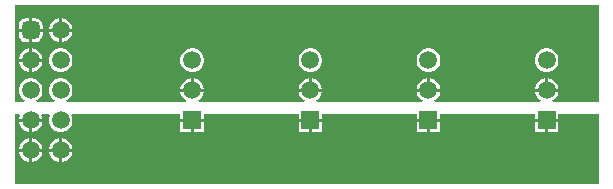
<source format=gbr>
G04*
G04 #@! TF.GenerationSoftware,Altium Limited,Altium Designer,22.4.2 (48)*
G04*
G04 Layer_Physical_Order=2*
G04 Layer_Color=16711680*
%FSLAX44Y44*%
%MOMM*%
G71*
G04*
G04 #@! TF.SameCoordinates,B20A0790-DF17-45FB-B65C-B6E2A976101D*
G04*
G04*
G04 #@! TF.FilePolarity,Positive*
G04*
G01*
G75*
%ADD17C,1.5000*%
G04:AMPARAMS|DCode=18|XSize=1.5mm|YSize=1.5mm|CornerRadius=0.375mm|HoleSize=0mm|Usage=FLASHONLY|Rotation=270.000|XOffset=0mm|YOffset=0mm|HoleType=Round|Shape=RoundedRectangle|*
%AMROUNDEDRECTD18*
21,1,1.5000,0.7500,0,0,270.0*
21,1,0.7500,1.5000,0,0,270.0*
1,1,0.7500,-0.3750,-0.3750*
1,1,0.7500,-0.3750,0.3750*
1,1,0.7500,0.3750,0.3750*
1,1,0.7500,0.3750,-0.3750*
%
%ADD18ROUNDEDRECTD18*%
%ADD19R,1.5000X1.5000*%
G36*
X497410Y2590D02*
X2590D01*
Y62500D01*
X6355D01*
X6989Y61400D01*
X6744Y60975D01*
X6060Y58422D01*
Y58370D01*
X16100D01*
X26140D01*
Y58422D01*
X25456Y60975D01*
X25210Y61400D01*
X25845Y62500D01*
X31755D01*
X32390Y61400D01*
X32144Y60975D01*
X31460Y58422D01*
Y55778D01*
X32144Y53225D01*
X33466Y50935D01*
X35335Y49066D01*
X37625Y47744D01*
X40178Y47060D01*
X42822D01*
X45375Y47744D01*
X47665Y49066D01*
X49534Y50935D01*
X50856Y53225D01*
X51540Y55778D01*
Y58422D01*
X50856Y60975D01*
X50610Y61400D01*
X51245Y62500D01*
X142960D01*
Y58370D01*
X153000D01*
X163040D01*
Y62500D01*
X242960D01*
Y58370D01*
X253000D01*
X263040D01*
Y62500D01*
X342960D01*
Y58370D01*
X353000D01*
X363040D01*
Y62500D01*
X442960D01*
Y58370D01*
X453000D01*
X463040D01*
Y62500D01*
X497410D01*
Y2590D01*
D02*
G37*
G36*
Y72500D02*
X458299D01*
X457959Y73770D01*
X459165Y74466D01*
X461034Y76335D01*
X462356Y78625D01*
X463040Y81178D01*
Y81230D01*
X453000D01*
X442960D01*
Y81178D01*
X443644Y78625D01*
X444966Y76335D01*
X446835Y74466D01*
X448041Y73770D01*
X447701Y72500D01*
X358299D01*
X357959Y73770D01*
X359165Y74466D01*
X361034Y76335D01*
X362356Y78625D01*
X363040Y81178D01*
Y81230D01*
X353000D01*
X342960D01*
Y81178D01*
X343644Y78625D01*
X344966Y76335D01*
X346835Y74466D01*
X348041Y73770D01*
X347701Y72500D01*
X258300D01*
X257959Y73770D01*
X259165Y74466D01*
X261034Y76335D01*
X262356Y78625D01*
X263040Y81178D01*
Y81230D01*
X253000D01*
X242960D01*
Y81178D01*
X243644Y78625D01*
X244966Y76335D01*
X246835Y74466D01*
X248041Y73770D01*
X247701Y72500D01*
X158300D01*
X157959Y73770D01*
X159165Y74466D01*
X161034Y76335D01*
X162356Y78625D01*
X163040Y81178D01*
Y81230D01*
X153000D01*
X142960D01*
Y81178D01*
X143644Y78625D01*
X144966Y76335D01*
X146835Y74466D01*
X148041Y73770D01*
X147701Y72500D01*
X46800D01*
X46459Y73770D01*
X47665Y74466D01*
X49534Y76335D01*
X50856Y78625D01*
X51540Y81178D01*
Y83822D01*
X50856Y86375D01*
X49534Y88665D01*
X47665Y90534D01*
X45375Y91856D01*
X42822Y92540D01*
X40178D01*
X37625Y91856D01*
X35335Y90534D01*
X33466Y88665D01*
X32144Y86375D01*
X31460Y83822D01*
Y81178D01*
X32144Y78625D01*
X33466Y76335D01*
X35335Y74466D01*
X36541Y73770D01*
X36200Y72500D01*
X21400D01*
X21059Y73770D01*
X22265Y74466D01*
X24134Y76335D01*
X25456Y78625D01*
X26140Y81178D01*
Y83822D01*
X25456Y86375D01*
X24134Y88665D01*
X22265Y90534D01*
X19975Y91856D01*
X17422Y92540D01*
X14778D01*
X12225Y91856D01*
X9935Y90534D01*
X8066Y88665D01*
X6744Y86375D01*
X6060Y83822D01*
Y81178D01*
X6744Y78625D01*
X8066Y76335D01*
X9935Y74466D01*
X11141Y73770D01*
X10800Y72500D01*
X2590D01*
Y154910D01*
X497410D01*
Y72500D01*
D02*
G37*
%LPC*%
G36*
X463040Y55830D02*
X454270D01*
Y47060D01*
X463040D01*
Y55830D01*
D02*
G37*
G36*
X451730D02*
X442960D01*
Y47060D01*
X451730D01*
Y55830D01*
D02*
G37*
G36*
X363040Y55830D02*
X354270D01*
Y47060D01*
X363040D01*
Y55830D01*
D02*
G37*
G36*
X351730D02*
X342960D01*
Y47060D01*
X351730D01*
Y55830D01*
D02*
G37*
G36*
X263040Y55830D02*
X254270D01*
Y47060D01*
X263040D01*
Y55830D01*
D02*
G37*
G36*
X251730D02*
X242960D01*
Y47060D01*
X251730D01*
Y55830D01*
D02*
G37*
G36*
X163040Y55830D02*
X154270D01*
Y47060D01*
X163040D01*
Y55830D01*
D02*
G37*
G36*
X151730D02*
X142960D01*
Y47060D01*
X151730D01*
Y55830D01*
D02*
G37*
G36*
X26140D02*
X17370D01*
Y47060D01*
X17422D01*
X19975Y47744D01*
X22265Y49066D01*
X24134Y50935D01*
X25456Y53225D01*
X26140Y55778D01*
Y55830D01*
D02*
G37*
G36*
X14830D02*
X6060D01*
Y55778D01*
X6744Y53225D01*
X8066Y50935D01*
X9935Y49066D01*
X12225Y47744D01*
X14778Y47060D01*
X14830D01*
Y55830D01*
D02*
G37*
G36*
X42822Y41740D02*
X42770D01*
Y32970D01*
X51540D01*
Y33022D01*
X50856Y35575D01*
X49534Y37865D01*
X47665Y39734D01*
X45375Y41056D01*
X42822Y41740D01*
D02*
G37*
G36*
X17422D02*
X17370D01*
Y32970D01*
X26140D01*
Y33022D01*
X25456Y35575D01*
X24134Y37865D01*
X22265Y39734D01*
X19975Y41056D01*
X17422Y41740D01*
D02*
G37*
G36*
X40230D02*
X40178D01*
X37625Y41056D01*
X35335Y39734D01*
X33466Y37865D01*
X32144Y35575D01*
X31460Y33022D01*
Y32970D01*
X40230D01*
Y41740D01*
D02*
G37*
G36*
X14830D02*
X14778D01*
X12225Y41056D01*
X9935Y39734D01*
X8066Y37865D01*
X6744Y35575D01*
X6060Y33022D01*
Y32970D01*
X14830D01*
Y41740D01*
D02*
G37*
G36*
X51540Y30430D02*
X42770D01*
Y21660D01*
X42822D01*
X45375Y22344D01*
X47665Y23666D01*
X49534Y25535D01*
X50856Y27825D01*
X51540Y30378D01*
Y30430D01*
D02*
G37*
G36*
X40230D02*
X31460D01*
Y30378D01*
X32144Y27825D01*
X33466Y25535D01*
X35335Y23666D01*
X37625Y22344D01*
X40178Y21660D01*
X40230D01*
Y30430D01*
D02*
G37*
G36*
X26140D02*
X17370D01*
Y21660D01*
X17422D01*
X19975Y22344D01*
X22265Y23666D01*
X24134Y25535D01*
X25456Y27825D01*
X26140Y30378D01*
Y30430D01*
D02*
G37*
G36*
X14830D02*
X6060D01*
Y30378D01*
X6744Y27825D01*
X8066Y25535D01*
X9935Y23666D01*
X12225Y22344D01*
X14778Y21660D01*
X14830D01*
Y30430D01*
D02*
G37*
G36*
X42822Y143340D02*
X42770D01*
Y134570D01*
X51540D01*
Y134622D01*
X50856Y137175D01*
X49534Y139465D01*
X47665Y141334D01*
X45375Y142656D01*
X42822Y143340D01*
D02*
G37*
G36*
X19850Y143463D02*
X17370D01*
Y134570D01*
X26263D01*
Y137050D01*
X25775Y139504D01*
X24385Y141585D01*
X22304Y142975D01*
X19850Y143463D01*
D02*
G37*
G36*
X40230Y143340D02*
X40178D01*
X37625Y142656D01*
X35335Y141334D01*
X33466Y139465D01*
X32144Y137175D01*
X31460Y134622D01*
Y134570D01*
X40230D01*
Y143340D01*
D02*
G37*
G36*
X14830Y143463D02*
X12350D01*
X9896Y142975D01*
X7815Y141585D01*
X6425Y139504D01*
X5937Y137050D01*
Y134570D01*
X14830D01*
Y143463D01*
D02*
G37*
G36*
X51540Y132030D02*
X42770D01*
Y123260D01*
X42822D01*
X45375Y123944D01*
X47665Y125266D01*
X49534Y127135D01*
X50856Y129425D01*
X51540Y131978D01*
Y132030D01*
D02*
G37*
G36*
X40230D02*
X31460D01*
Y131978D01*
X32144Y129425D01*
X33466Y127135D01*
X35335Y125266D01*
X37625Y123944D01*
X40178Y123260D01*
X40230D01*
Y132030D01*
D02*
G37*
G36*
X26263D02*
X17370D01*
Y123137D01*
X19850D01*
X22304Y123625D01*
X24385Y125015D01*
X25775Y127096D01*
X26263Y129550D01*
Y132030D01*
D02*
G37*
G36*
X14830D02*
X5937D01*
Y129550D01*
X6425Y127096D01*
X7815Y125015D01*
X9896Y123625D01*
X12350Y123137D01*
X14830D01*
Y132030D01*
D02*
G37*
G36*
X17422Y117940D02*
X17370D01*
Y109170D01*
X26140D01*
Y109222D01*
X25456Y111775D01*
X24134Y114065D01*
X22265Y115934D01*
X19975Y117256D01*
X17422Y117940D01*
D02*
G37*
G36*
X14830D02*
X14778D01*
X12225Y117256D01*
X9935Y115934D01*
X8066Y114065D01*
X6744Y111775D01*
X6060Y109222D01*
Y109170D01*
X14830D01*
Y117940D01*
D02*
G37*
G36*
X454322D02*
X451678D01*
X449125Y117256D01*
X446835Y115934D01*
X444966Y114065D01*
X443644Y111775D01*
X442960Y109222D01*
Y106578D01*
X443644Y104025D01*
X444966Y101735D01*
X446835Y99866D01*
X449125Y98544D01*
X451678Y97860D01*
X454322D01*
X456875Y98544D01*
X459165Y99866D01*
X461034Y101735D01*
X462356Y104025D01*
X463040Y106578D01*
Y109222D01*
X462356Y111775D01*
X461034Y114065D01*
X459165Y115934D01*
X456875Y117256D01*
X454322Y117940D01*
D02*
G37*
G36*
X354322D02*
X351678D01*
X349125Y117256D01*
X346835Y115934D01*
X344966Y114065D01*
X343644Y111775D01*
X342960Y109222D01*
Y106578D01*
X343644Y104025D01*
X344966Y101735D01*
X346835Y99866D01*
X349125Y98544D01*
X351678Y97860D01*
X354322D01*
X356875Y98544D01*
X359165Y99866D01*
X361034Y101735D01*
X362356Y104025D01*
X363040Y106578D01*
Y109222D01*
X362356Y111775D01*
X361034Y114065D01*
X359165Y115934D01*
X356875Y117256D01*
X354322Y117940D01*
D02*
G37*
G36*
X254322D02*
X251678D01*
X249125Y117256D01*
X246835Y115934D01*
X244966Y114065D01*
X243644Y111775D01*
X242960Y109222D01*
Y106578D01*
X243644Y104025D01*
X244966Y101735D01*
X246835Y99866D01*
X249125Y98544D01*
X251678Y97860D01*
X254322D01*
X256875Y98544D01*
X259165Y99866D01*
X261034Y101735D01*
X262356Y104025D01*
X263040Y106578D01*
Y109222D01*
X262356Y111775D01*
X261034Y114065D01*
X259165Y115934D01*
X256875Y117256D01*
X254322Y117940D01*
D02*
G37*
G36*
X154322D02*
X151678D01*
X149125Y117256D01*
X146835Y115934D01*
X144966Y114065D01*
X143644Y111775D01*
X142960Y109222D01*
Y106578D01*
X143644Y104025D01*
X144966Y101735D01*
X146835Y99866D01*
X149125Y98544D01*
X151678Y97860D01*
X154322D01*
X156875Y98544D01*
X159165Y99866D01*
X161034Y101735D01*
X162356Y104025D01*
X163040Y106578D01*
Y109222D01*
X162356Y111775D01*
X161034Y114065D01*
X159165Y115934D01*
X156875Y117256D01*
X154322Y117940D01*
D02*
G37*
G36*
X42822D02*
X40178D01*
X37625Y117256D01*
X35335Y115934D01*
X33466Y114065D01*
X32144Y111775D01*
X31460Y109222D01*
Y106578D01*
X32144Y104025D01*
X33466Y101735D01*
X35335Y99866D01*
X37625Y98544D01*
X40178Y97860D01*
X42822D01*
X45375Y98544D01*
X47665Y99866D01*
X49534Y101735D01*
X50856Y104025D01*
X51540Y106578D01*
Y109222D01*
X50856Y111775D01*
X49534Y114065D01*
X47665Y115934D01*
X45375Y117256D01*
X42822Y117940D01*
D02*
G37*
G36*
X26140Y106630D02*
X17370D01*
Y97860D01*
X17422D01*
X19975Y98544D01*
X22265Y99866D01*
X24134Y101735D01*
X25456Y104025D01*
X26140Y106578D01*
Y106630D01*
D02*
G37*
G36*
X14830D02*
X6060D01*
Y106578D01*
X6744Y104025D01*
X8066Y101735D01*
X9935Y99866D01*
X12225Y98544D01*
X14778Y97860D01*
X14830D01*
Y106630D01*
D02*
G37*
G36*
X354322Y92540D02*
X354270D01*
Y83770D01*
X363040D01*
Y83822D01*
X362356Y86375D01*
X361034Y88665D01*
X359165Y90534D01*
X356875Y91856D01*
X354322Y92540D01*
D02*
G37*
G36*
X154322D02*
X154270D01*
Y83770D01*
X163040D01*
Y83822D01*
X162356Y86375D01*
X161034Y88665D01*
X159165Y90534D01*
X156875Y91856D01*
X154322Y92540D01*
D02*
G37*
G36*
X151730D02*
X151678D01*
X149125Y91856D01*
X146835Y90534D01*
X144966Y88665D01*
X143644Y86375D01*
X142960Y83822D01*
Y83770D01*
X151730D01*
Y92540D01*
D02*
G37*
G36*
X351730D02*
X351678D01*
X349125Y91856D01*
X346835Y90534D01*
X344966Y88665D01*
X343644Y86375D01*
X342960Y83822D01*
Y83770D01*
X351730D01*
Y92540D01*
D02*
G37*
G36*
X454322D02*
X454270D01*
Y83770D01*
X463040D01*
Y83822D01*
X462356Y86375D01*
X461034Y88665D01*
X459165Y90534D01*
X456875Y91856D01*
X454322Y92540D01*
D02*
G37*
G36*
X254322D02*
X254270D01*
Y83770D01*
X263040D01*
Y83822D01*
X262356Y86375D01*
X261034Y88665D01*
X259165Y90534D01*
X256875Y91856D01*
X254322Y92540D01*
D02*
G37*
G36*
X451730D02*
X451678D01*
X449125Y91856D01*
X446835Y90534D01*
X444966Y88665D01*
X443644Y86375D01*
X442960Y83822D01*
Y83770D01*
X451730D01*
Y92540D01*
D02*
G37*
G36*
X251730D02*
X251678D01*
X249125Y91856D01*
X246835Y90534D01*
X244966Y88665D01*
X243644Y86375D01*
X242960Y83822D01*
Y83770D01*
X251730D01*
Y92540D01*
D02*
G37*
%LPD*%
D17*
X41500Y107900D02*
D03*
X16100D02*
D03*
X41500Y133300D02*
D03*
X16100Y82500D02*
D03*
X41500D02*
D03*
X16100Y57100D02*
D03*
Y31700D02*
D03*
X41500Y57100D02*
D03*
Y31700D02*
D03*
X153000Y82500D02*
D03*
Y107900D02*
D03*
X253000Y82500D02*
D03*
Y107900D02*
D03*
X453000Y82500D02*
D03*
Y107900D02*
D03*
X353000Y82500D02*
D03*
Y107900D02*
D03*
D18*
X16100Y133300D02*
D03*
D19*
X153000Y57100D02*
D03*
X253000D02*
D03*
X453000D02*
D03*
X353000D02*
D03*
M02*

</source>
